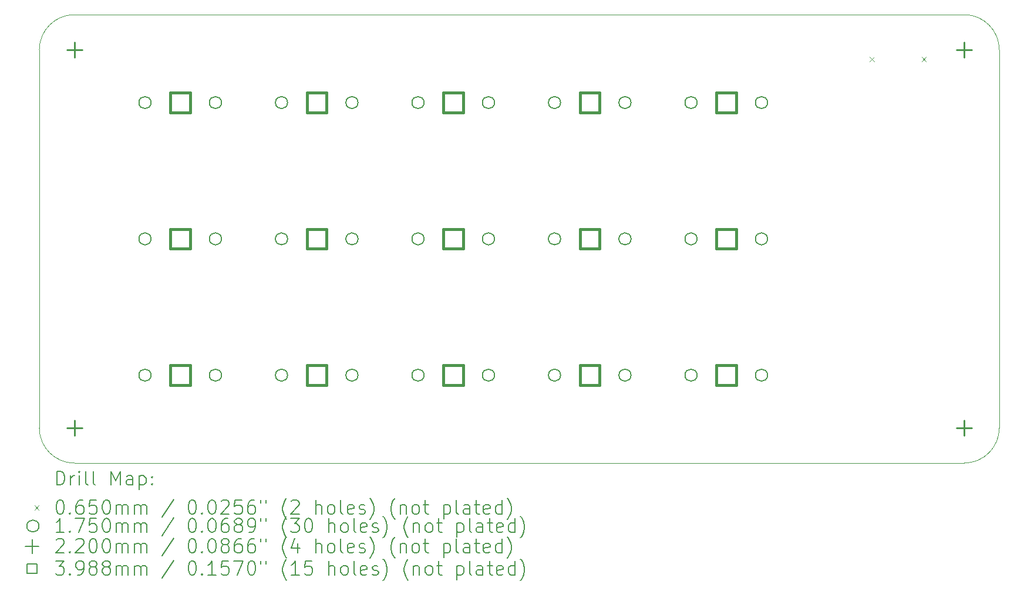
<source format=gbr>
%TF.GenerationSoftware,KiCad,Pcbnew,(6.0.7)*%
%TF.CreationDate,2023-02-20T15:39:00+01:00*%
%TF.ProjectId,Soundboard,536f756e-6462-46f6-9172-642e6b696361,rev?*%
%TF.SameCoordinates,Original*%
%TF.FileFunction,Drillmap*%
%TF.FilePolarity,Positive*%
%FSLAX45Y45*%
G04 Gerber Fmt 4.5, Leading zero omitted, Abs format (unit mm)*
G04 Created by KiCad (PCBNEW (6.0.7)) date 2023-02-20 15:39:00*
%MOMM*%
%LPD*%
G01*
G04 APERTURE LIST*
%ADD10C,0.100000*%
%ADD11C,0.200000*%
%ADD12C,0.065000*%
%ADD13C,0.175000*%
%ADD14C,0.220000*%
%ADD15C,0.398780*%
G04 APERTURE END LIST*
D10*
X15557500Y-2794000D02*
X15557500Y-8255000D01*
X1714500Y-8255000D02*
G75*
G03*
X2222500Y-8763000I508000J0D01*
G01*
X2222500Y-2286000D02*
X15049500Y-2286000D01*
X15557500Y-2794000D02*
G75*
G03*
X15049500Y-2286000I-508000J0D01*
G01*
X15049500Y-8763000D02*
G75*
G03*
X15557500Y-8255000I0J508000D01*
G01*
X1714500Y-2794000D02*
X1714500Y-8255000D01*
X15049500Y-8763000D02*
X2222500Y-8763000D01*
X2222500Y-2286000D02*
G75*
G03*
X1714500Y-2794000I0J-508000D01*
G01*
D11*
D12*
X13688500Y-2894750D02*
X13753500Y-2959750D01*
X13753500Y-2894750D02*
X13688500Y-2959750D01*
X14438500Y-2894750D02*
X14503500Y-2959750D01*
X14503500Y-2894750D02*
X14438500Y-2959750D01*
D13*
X3326000Y-3556000D02*
G75*
G03*
X3326000Y-3556000I-87500J0D01*
G01*
X3326000Y-5524500D02*
G75*
G03*
X3326000Y-5524500I-87500J0D01*
G01*
X3326000Y-7493000D02*
G75*
G03*
X3326000Y-7493000I-87500J0D01*
G01*
X4342000Y-3556000D02*
G75*
G03*
X4342000Y-3556000I-87500J0D01*
G01*
X4342000Y-5524500D02*
G75*
G03*
X4342000Y-5524500I-87500J0D01*
G01*
X4342000Y-7493000D02*
G75*
G03*
X4342000Y-7493000I-87500J0D01*
G01*
X5294500Y-3556000D02*
G75*
G03*
X5294500Y-3556000I-87500J0D01*
G01*
X5294500Y-5524500D02*
G75*
G03*
X5294500Y-5524500I-87500J0D01*
G01*
X5294500Y-7493000D02*
G75*
G03*
X5294500Y-7493000I-87500J0D01*
G01*
X6310500Y-3556000D02*
G75*
G03*
X6310500Y-3556000I-87500J0D01*
G01*
X6310500Y-5524500D02*
G75*
G03*
X6310500Y-5524500I-87500J0D01*
G01*
X6310500Y-7493000D02*
G75*
G03*
X6310500Y-7493000I-87500J0D01*
G01*
X7263000Y-3556000D02*
G75*
G03*
X7263000Y-3556000I-87500J0D01*
G01*
X7263000Y-5524500D02*
G75*
G03*
X7263000Y-5524500I-87500J0D01*
G01*
X7263000Y-7493000D02*
G75*
G03*
X7263000Y-7493000I-87500J0D01*
G01*
X8279000Y-3556000D02*
G75*
G03*
X8279000Y-3556000I-87500J0D01*
G01*
X8279000Y-5524500D02*
G75*
G03*
X8279000Y-5524500I-87500J0D01*
G01*
X8279000Y-7493000D02*
G75*
G03*
X8279000Y-7493000I-87500J0D01*
G01*
X9231500Y-3556000D02*
G75*
G03*
X9231500Y-3556000I-87500J0D01*
G01*
X9231500Y-5524500D02*
G75*
G03*
X9231500Y-5524500I-87500J0D01*
G01*
X9231500Y-7493000D02*
G75*
G03*
X9231500Y-7493000I-87500J0D01*
G01*
X10247500Y-3556000D02*
G75*
G03*
X10247500Y-3556000I-87500J0D01*
G01*
X10247500Y-5524500D02*
G75*
G03*
X10247500Y-5524500I-87500J0D01*
G01*
X10247500Y-7493000D02*
G75*
G03*
X10247500Y-7493000I-87500J0D01*
G01*
X11200000Y-3556000D02*
G75*
G03*
X11200000Y-3556000I-87500J0D01*
G01*
X11200000Y-5524500D02*
G75*
G03*
X11200000Y-5524500I-87500J0D01*
G01*
X11200000Y-7493000D02*
G75*
G03*
X11200000Y-7493000I-87500J0D01*
G01*
X12216000Y-3556000D02*
G75*
G03*
X12216000Y-3556000I-87500J0D01*
G01*
X12216000Y-5524500D02*
G75*
G03*
X12216000Y-5524500I-87500J0D01*
G01*
X12216000Y-7493000D02*
G75*
G03*
X12216000Y-7493000I-87500J0D01*
G01*
D14*
X2222500Y-2684000D02*
X2222500Y-2904000D01*
X2112500Y-2794000D02*
X2332500Y-2794000D01*
X2222500Y-8145000D02*
X2222500Y-8365000D01*
X2112500Y-8255000D02*
X2332500Y-8255000D01*
X15049500Y-2684000D02*
X15049500Y-2904000D01*
X14939500Y-2794000D02*
X15159500Y-2794000D01*
X15049500Y-8145000D02*
X15049500Y-8365000D01*
X14939500Y-8255000D02*
X15159500Y-8255000D01*
D15*
X3887491Y-3696991D02*
X3887491Y-3415009D01*
X3605509Y-3415009D01*
X3605509Y-3696991D01*
X3887491Y-3696991D01*
X3887491Y-5665491D02*
X3887491Y-5383509D01*
X3605509Y-5383509D01*
X3605509Y-5665491D01*
X3887491Y-5665491D01*
X3887491Y-7633991D02*
X3887491Y-7352009D01*
X3605509Y-7352009D01*
X3605509Y-7633991D01*
X3887491Y-7633991D01*
X5855991Y-3696991D02*
X5855991Y-3415009D01*
X5574009Y-3415009D01*
X5574009Y-3696991D01*
X5855991Y-3696991D01*
X5855991Y-5665491D02*
X5855991Y-5383509D01*
X5574009Y-5383509D01*
X5574009Y-5665491D01*
X5855991Y-5665491D01*
X5855991Y-7633991D02*
X5855991Y-7352009D01*
X5574009Y-7352009D01*
X5574009Y-7633991D01*
X5855991Y-7633991D01*
X7824491Y-3696991D02*
X7824491Y-3415009D01*
X7542509Y-3415009D01*
X7542509Y-3696991D01*
X7824491Y-3696991D01*
X7824491Y-5665491D02*
X7824491Y-5383509D01*
X7542509Y-5383509D01*
X7542509Y-5665491D01*
X7824491Y-5665491D01*
X7824491Y-7633991D02*
X7824491Y-7352009D01*
X7542509Y-7352009D01*
X7542509Y-7633991D01*
X7824491Y-7633991D01*
X9792991Y-3696991D02*
X9792991Y-3415009D01*
X9511009Y-3415009D01*
X9511009Y-3696991D01*
X9792991Y-3696991D01*
X9792991Y-5665491D02*
X9792991Y-5383509D01*
X9511009Y-5383509D01*
X9511009Y-5665491D01*
X9792991Y-5665491D01*
X9792991Y-7633991D02*
X9792991Y-7352009D01*
X9511009Y-7352009D01*
X9511009Y-7633991D01*
X9792991Y-7633991D01*
X11761491Y-3696991D02*
X11761491Y-3415009D01*
X11479509Y-3415009D01*
X11479509Y-3696991D01*
X11761491Y-3696991D01*
X11761491Y-5665491D02*
X11761491Y-5383509D01*
X11479509Y-5383509D01*
X11479509Y-5665491D01*
X11761491Y-5665491D01*
X11761491Y-7633991D02*
X11761491Y-7352009D01*
X11479509Y-7352009D01*
X11479509Y-7633991D01*
X11761491Y-7633991D01*
D11*
X1967119Y-9078476D02*
X1967119Y-8878476D01*
X2014738Y-8878476D01*
X2043309Y-8888000D01*
X2062357Y-8907048D01*
X2071881Y-8926095D01*
X2081405Y-8964190D01*
X2081405Y-8992762D01*
X2071881Y-9030857D01*
X2062357Y-9049905D01*
X2043309Y-9068952D01*
X2014738Y-9078476D01*
X1967119Y-9078476D01*
X2167119Y-9078476D02*
X2167119Y-8945143D01*
X2167119Y-8983238D02*
X2176643Y-8964190D01*
X2186167Y-8954667D01*
X2205214Y-8945143D01*
X2224262Y-8945143D01*
X2290929Y-9078476D02*
X2290929Y-8945143D01*
X2290929Y-8878476D02*
X2281405Y-8888000D01*
X2290929Y-8897524D01*
X2300452Y-8888000D01*
X2290929Y-8878476D01*
X2290929Y-8897524D01*
X2414738Y-9078476D02*
X2395690Y-9068952D01*
X2386167Y-9049905D01*
X2386167Y-8878476D01*
X2519500Y-9078476D02*
X2500452Y-9068952D01*
X2490929Y-9049905D01*
X2490929Y-8878476D01*
X2748071Y-9078476D02*
X2748071Y-8878476D01*
X2814738Y-9021333D01*
X2881405Y-8878476D01*
X2881405Y-9078476D01*
X3062357Y-9078476D02*
X3062357Y-8973714D01*
X3052833Y-8954667D01*
X3033786Y-8945143D01*
X2995690Y-8945143D01*
X2976643Y-8954667D01*
X3062357Y-9068952D02*
X3043309Y-9078476D01*
X2995690Y-9078476D01*
X2976643Y-9068952D01*
X2967119Y-9049905D01*
X2967119Y-9030857D01*
X2976643Y-9011810D01*
X2995690Y-9002286D01*
X3043309Y-9002286D01*
X3062357Y-8992762D01*
X3157595Y-8945143D02*
X3157595Y-9145143D01*
X3157595Y-8954667D02*
X3176643Y-8945143D01*
X3214738Y-8945143D01*
X3233786Y-8954667D01*
X3243309Y-8964190D01*
X3252833Y-8983238D01*
X3252833Y-9040381D01*
X3243309Y-9059429D01*
X3233786Y-9068952D01*
X3214738Y-9078476D01*
X3176643Y-9078476D01*
X3157595Y-9068952D01*
X3338548Y-9059429D02*
X3348071Y-9068952D01*
X3338548Y-9078476D01*
X3329024Y-9068952D01*
X3338548Y-9059429D01*
X3338548Y-9078476D01*
X3338548Y-8954667D02*
X3348071Y-8964190D01*
X3338548Y-8973714D01*
X3329024Y-8964190D01*
X3338548Y-8954667D01*
X3338548Y-8973714D01*
D12*
X1644500Y-9375500D02*
X1709500Y-9440500D01*
X1709500Y-9375500D02*
X1644500Y-9440500D01*
D11*
X2005214Y-9298476D02*
X2024262Y-9298476D01*
X2043309Y-9308000D01*
X2052833Y-9317524D01*
X2062357Y-9336571D01*
X2071881Y-9374667D01*
X2071881Y-9422286D01*
X2062357Y-9460381D01*
X2052833Y-9479429D01*
X2043309Y-9488952D01*
X2024262Y-9498476D01*
X2005214Y-9498476D01*
X1986167Y-9488952D01*
X1976643Y-9479429D01*
X1967119Y-9460381D01*
X1957595Y-9422286D01*
X1957595Y-9374667D01*
X1967119Y-9336571D01*
X1976643Y-9317524D01*
X1986167Y-9308000D01*
X2005214Y-9298476D01*
X2157595Y-9479429D02*
X2167119Y-9488952D01*
X2157595Y-9498476D01*
X2148071Y-9488952D01*
X2157595Y-9479429D01*
X2157595Y-9498476D01*
X2338548Y-9298476D02*
X2300452Y-9298476D01*
X2281405Y-9308000D01*
X2271881Y-9317524D01*
X2252833Y-9346095D01*
X2243310Y-9384190D01*
X2243310Y-9460381D01*
X2252833Y-9479429D01*
X2262357Y-9488952D01*
X2281405Y-9498476D01*
X2319500Y-9498476D01*
X2338548Y-9488952D01*
X2348071Y-9479429D01*
X2357595Y-9460381D01*
X2357595Y-9412762D01*
X2348071Y-9393714D01*
X2338548Y-9384190D01*
X2319500Y-9374667D01*
X2281405Y-9374667D01*
X2262357Y-9384190D01*
X2252833Y-9393714D01*
X2243310Y-9412762D01*
X2538548Y-9298476D02*
X2443310Y-9298476D01*
X2433786Y-9393714D01*
X2443310Y-9384190D01*
X2462357Y-9374667D01*
X2509976Y-9374667D01*
X2529024Y-9384190D01*
X2538548Y-9393714D01*
X2548071Y-9412762D01*
X2548071Y-9460381D01*
X2538548Y-9479429D01*
X2529024Y-9488952D01*
X2509976Y-9498476D01*
X2462357Y-9498476D01*
X2443310Y-9488952D01*
X2433786Y-9479429D01*
X2671881Y-9298476D02*
X2690929Y-9298476D01*
X2709976Y-9308000D01*
X2719500Y-9317524D01*
X2729024Y-9336571D01*
X2738548Y-9374667D01*
X2738548Y-9422286D01*
X2729024Y-9460381D01*
X2719500Y-9479429D01*
X2709976Y-9488952D01*
X2690929Y-9498476D01*
X2671881Y-9498476D01*
X2652833Y-9488952D01*
X2643310Y-9479429D01*
X2633786Y-9460381D01*
X2624262Y-9422286D01*
X2624262Y-9374667D01*
X2633786Y-9336571D01*
X2643310Y-9317524D01*
X2652833Y-9308000D01*
X2671881Y-9298476D01*
X2824262Y-9498476D02*
X2824262Y-9365143D01*
X2824262Y-9384190D02*
X2833786Y-9374667D01*
X2852833Y-9365143D01*
X2881405Y-9365143D01*
X2900452Y-9374667D01*
X2909976Y-9393714D01*
X2909976Y-9498476D01*
X2909976Y-9393714D02*
X2919500Y-9374667D01*
X2938548Y-9365143D01*
X2967119Y-9365143D01*
X2986167Y-9374667D01*
X2995690Y-9393714D01*
X2995690Y-9498476D01*
X3090928Y-9498476D02*
X3090928Y-9365143D01*
X3090928Y-9384190D02*
X3100452Y-9374667D01*
X3119500Y-9365143D01*
X3148071Y-9365143D01*
X3167119Y-9374667D01*
X3176643Y-9393714D01*
X3176643Y-9498476D01*
X3176643Y-9393714D02*
X3186167Y-9374667D01*
X3205214Y-9365143D01*
X3233786Y-9365143D01*
X3252833Y-9374667D01*
X3262357Y-9393714D01*
X3262357Y-9498476D01*
X3652833Y-9288952D02*
X3481405Y-9546095D01*
X3909976Y-9298476D02*
X3929024Y-9298476D01*
X3948071Y-9308000D01*
X3957595Y-9317524D01*
X3967119Y-9336571D01*
X3976643Y-9374667D01*
X3976643Y-9422286D01*
X3967119Y-9460381D01*
X3957595Y-9479429D01*
X3948071Y-9488952D01*
X3929024Y-9498476D01*
X3909976Y-9498476D01*
X3890928Y-9488952D01*
X3881405Y-9479429D01*
X3871881Y-9460381D01*
X3862357Y-9422286D01*
X3862357Y-9374667D01*
X3871881Y-9336571D01*
X3881405Y-9317524D01*
X3890928Y-9308000D01*
X3909976Y-9298476D01*
X4062357Y-9479429D02*
X4071881Y-9488952D01*
X4062357Y-9498476D01*
X4052833Y-9488952D01*
X4062357Y-9479429D01*
X4062357Y-9498476D01*
X4195690Y-9298476D02*
X4214738Y-9298476D01*
X4233786Y-9308000D01*
X4243310Y-9317524D01*
X4252833Y-9336571D01*
X4262357Y-9374667D01*
X4262357Y-9422286D01*
X4252833Y-9460381D01*
X4243310Y-9479429D01*
X4233786Y-9488952D01*
X4214738Y-9498476D01*
X4195690Y-9498476D01*
X4176643Y-9488952D01*
X4167119Y-9479429D01*
X4157595Y-9460381D01*
X4148071Y-9422286D01*
X4148071Y-9374667D01*
X4157595Y-9336571D01*
X4167119Y-9317524D01*
X4176643Y-9308000D01*
X4195690Y-9298476D01*
X4338548Y-9317524D02*
X4348071Y-9308000D01*
X4367119Y-9298476D01*
X4414738Y-9298476D01*
X4433786Y-9308000D01*
X4443310Y-9317524D01*
X4452833Y-9336571D01*
X4452833Y-9355619D01*
X4443310Y-9384190D01*
X4329024Y-9498476D01*
X4452833Y-9498476D01*
X4633786Y-9298476D02*
X4538548Y-9298476D01*
X4529024Y-9393714D01*
X4538548Y-9384190D01*
X4557595Y-9374667D01*
X4605214Y-9374667D01*
X4624262Y-9384190D01*
X4633786Y-9393714D01*
X4643310Y-9412762D01*
X4643310Y-9460381D01*
X4633786Y-9479429D01*
X4624262Y-9488952D01*
X4605214Y-9498476D01*
X4557595Y-9498476D01*
X4538548Y-9488952D01*
X4529024Y-9479429D01*
X4814738Y-9298476D02*
X4776643Y-9298476D01*
X4757595Y-9308000D01*
X4748071Y-9317524D01*
X4729024Y-9346095D01*
X4719500Y-9384190D01*
X4719500Y-9460381D01*
X4729024Y-9479429D01*
X4738548Y-9488952D01*
X4757595Y-9498476D01*
X4795690Y-9498476D01*
X4814738Y-9488952D01*
X4824262Y-9479429D01*
X4833786Y-9460381D01*
X4833786Y-9412762D01*
X4824262Y-9393714D01*
X4814738Y-9384190D01*
X4795690Y-9374667D01*
X4757595Y-9374667D01*
X4738548Y-9384190D01*
X4729024Y-9393714D01*
X4719500Y-9412762D01*
X4909976Y-9298476D02*
X4909976Y-9336571D01*
X4986167Y-9298476D02*
X4986167Y-9336571D01*
X5281405Y-9574667D02*
X5271881Y-9565143D01*
X5252833Y-9536571D01*
X5243310Y-9517524D01*
X5233786Y-9488952D01*
X5224262Y-9441333D01*
X5224262Y-9403238D01*
X5233786Y-9355619D01*
X5243310Y-9327048D01*
X5252833Y-9308000D01*
X5271881Y-9279429D01*
X5281405Y-9269905D01*
X5348071Y-9317524D02*
X5357595Y-9308000D01*
X5376643Y-9298476D01*
X5424262Y-9298476D01*
X5443310Y-9308000D01*
X5452833Y-9317524D01*
X5462357Y-9336571D01*
X5462357Y-9355619D01*
X5452833Y-9384190D01*
X5338548Y-9498476D01*
X5462357Y-9498476D01*
X5700452Y-9498476D02*
X5700452Y-9298476D01*
X5786167Y-9498476D02*
X5786167Y-9393714D01*
X5776643Y-9374667D01*
X5757595Y-9365143D01*
X5729024Y-9365143D01*
X5709976Y-9374667D01*
X5700452Y-9384190D01*
X5909976Y-9498476D02*
X5890928Y-9488952D01*
X5881405Y-9479429D01*
X5871881Y-9460381D01*
X5871881Y-9403238D01*
X5881405Y-9384190D01*
X5890928Y-9374667D01*
X5909976Y-9365143D01*
X5938548Y-9365143D01*
X5957595Y-9374667D01*
X5967119Y-9384190D01*
X5976643Y-9403238D01*
X5976643Y-9460381D01*
X5967119Y-9479429D01*
X5957595Y-9488952D01*
X5938548Y-9498476D01*
X5909976Y-9498476D01*
X6090928Y-9498476D02*
X6071881Y-9488952D01*
X6062357Y-9469905D01*
X6062357Y-9298476D01*
X6243309Y-9488952D02*
X6224262Y-9498476D01*
X6186167Y-9498476D01*
X6167119Y-9488952D01*
X6157595Y-9469905D01*
X6157595Y-9393714D01*
X6167119Y-9374667D01*
X6186167Y-9365143D01*
X6224262Y-9365143D01*
X6243309Y-9374667D01*
X6252833Y-9393714D01*
X6252833Y-9412762D01*
X6157595Y-9431810D01*
X6329024Y-9488952D02*
X6348071Y-9498476D01*
X6386167Y-9498476D01*
X6405214Y-9488952D01*
X6414738Y-9469905D01*
X6414738Y-9460381D01*
X6405214Y-9441333D01*
X6386167Y-9431810D01*
X6357595Y-9431810D01*
X6338548Y-9422286D01*
X6329024Y-9403238D01*
X6329024Y-9393714D01*
X6338548Y-9374667D01*
X6357595Y-9365143D01*
X6386167Y-9365143D01*
X6405214Y-9374667D01*
X6481405Y-9574667D02*
X6490928Y-9565143D01*
X6509976Y-9536571D01*
X6519500Y-9517524D01*
X6529024Y-9488952D01*
X6538548Y-9441333D01*
X6538548Y-9403238D01*
X6529024Y-9355619D01*
X6519500Y-9327048D01*
X6509976Y-9308000D01*
X6490928Y-9279429D01*
X6481405Y-9269905D01*
X6843309Y-9574667D02*
X6833786Y-9565143D01*
X6814738Y-9536571D01*
X6805214Y-9517524D01*
X6795690Y-9488952D01*
X6786167Y-9441333D01*
X6786167Y-9403238D01*
X6795690Y-9355619D01*
X6805214Y-9327048D01*
X6814738Y-9308000D01*
X6833786Y-9279429D01*
X6843309Y-9269905D01*
X6919500Y-9365143D02*
X6919500Y-9498476D01*
X6919500Y-9384190D02*
X6929024Y-9374667D01*
X6948071Y-9365143D01*
X6976643Y-9365143D01*
X6995690Y-9374667D01*
X7005214Y-9393714D01*
X7005214Y-9498476D01*
X7129024Y-9498476D02*
X7109976Y-9488952D01*
X7100452Y-9479429D01*
X7090928Y-9460381D01*
X7090928Y-9403238D01*
X7100452Y-9384190D01*
X7109976Y-9374667D01*
X7129024Y-9365143D01*
X7157595Y-9365143D01*
X7176643Y-9374667D01*
X7186167Y-9384190D01*
X7195690Y-9403238D01*
X7195690Y-9460381D01*
X7186167Y-9479429D01*
X7176643Y-9488952D01*
X7157595Y-9498476D01*
X7129024Y-9498476D01*
X7252833Y-9365143D02*
X7329024Y-9365143D01*
X7281405Y-9298476D02*
X7281405Y-9469905D01*
X7290928Y-9488952D01*
X7309976Y-9498476D01*
X7329024Y-9498476D01*
X7548071Y-9365143D02*
X7548071Y-9565143D01*
X7548071Y-9374667D02*
X7567119Y-9365143D01*
X7605214Y-9365143D01*
X7624262Y-9374667D01*
X7633786Y-9384190D01*
X7643309Y-9403238D01*
X7643309Y-9460381D01*
X7633786Y-9479429D01*
X7624262Y-9488952D01*
X7605214Y-9498476D01*
X7567119Y-9498476D01*
X7548071Y-9488952D01*
X7757595Y-9498476D02*
X7738548Y-9488952D01*
X7729024Y-9469905D01*
X7729024Y-9298476D01*
X7919500Y-9498476D02*
X7919500Y-9393714D01*
X7909976Y-9374667D01*
X7890928Y-9365143D01*
X7852833Y-9365143D01*
X7833786Y-9374667D01*
X7919500Y-9488952D02*
X7900452Y-9498476D01*
X7852833Y-9498476D01*
X7833786Y-9488952D01*
X7824262Y-9469905D01*
X7824262Y-9450857D01*
X7833786Y-9431810D01*
X7852833Y-9422286D01*
X7900452Y-9422286D01*
X7919500Y-9412762D01*
X7986167Y-9365143D02*
X8062357Y-9365143D01*
X8014738Y-9298476D02*
X8014738Y-9469905D01*
X8024262Y-9488952D01*
X8043309Y-9498476D01*
X8062357Y-9498476D01*
X8205214Y-9488952D02*
X8186167Y-9498476D01*
X8148071Y-9498476D01*
X8129024Y-9488952D01*
X8119500Y-9469905D01*
X8119500Y-9393714D01*
X8129024Y-9374667D01*
X8148071Y-9365143D01*
X8186167Y-9365143D01*
X8205214Y-9374667D01*
X8214738Y-9393714D01*
X8214738Y-9412762D01*
X8119500Y-9431810D01*
X8386167Y-9498476D02*
X8386167Y-9298476D01*
X8386167Y-9488952D02*
X8367119Y-9498476D01*
X8329024Y-9498476D01*
X8309976Y-9488952D01*
X8300452Y-9479429D01*
X8290928Y-9460381D01*
X8290928Y-9403238D01*
X8300452Y-9384190D01*
X8309976Y-9374667D01*
X8329024Y-9365143D01*
X8367119Y-9365143D01*
X8386167Y-9374667D01*
X8462357Y-9574667D02*
X8471881Y-9565143D01*
X8490929Y-9536571D01*
X8500452Y-9517524D01*
X8509976Y-9488952D01*
X8519500Y-9441333D01*
X8519500Y-9403238D01*
X8509976Y-9355619D01*
X8500452Y-9327048D01*
X8490929Y-9308000D01*
X8471881Y-9279429D01*
X8462357Y-9269905D01*
D13*
X1709500Y-9672000D02*
G75*
G03*
X1709500Y-9672000I-87500J0D01*
G01*
D11*
X2071881Y-9762476D02*
X1957595Y-9762476D01*
X2014738Y-9762476D02*
X2014738Y-9562476D01*
X1995690Y-9591048D01*
X1976643Y-9610095D01*
X1957595Y-9619619D01*
X2157595Y-9743429D02*
X2167119Y-9752952D01*
X2157595Y-9762476D01*
X2148071Y-9752952D01*
X2157595Y-9743429D01*
X2157595Y-9762476D01*
X2233786Y-9562476D02*
X2367119Y-9562476D01*
X2281405Y-9762476D01*
X2538548Y-9562476D02*
X2443310Y-9562476D01*
X2433786Y-9657714D01*
X2443310Y-9648190D01*
X2462357Y-9638667D01*
X2509976Y-9638667D01*
X2529024Y-9648190D01*
X2538548Y-9657714D01*
X2548071Y-9676762D01*
X2548071Y-9724381D01*
X2538548Y-9743429D01*
X2529024Y-9752952D01*
X2509976Y-9762476D01*
X2462357Y-9762476D01*
X2443310Y-9752952D01*
X2433786Y-9743429D01*
X2671881Y-9562476D02*
X2690929Y-9562476D01*
X2709976Y-9572000D01*
X2719500Y-9581524D01*
X2729024Y-9600571D01*
X2738548Y-9638667D01*
X2738548Y-9686286D01*
X2729024Y-9724381D01*
X2719500Y-9743429D01*
X2709976Y-9752952D01*
X2690929Y-9762476D01*
X2671881Y-9762476D01*
X2652833Y-9752952D01*
X2643310Y-9743429D01*
X2633786Y-9724381D01*
X2624262Y-9686286D01*
X2624262Y-9638667D01*
X2633786Y-9600571D01*
X2643310Y-9581524D01*
X2652833Y-9572000D01*
X2671881Y-9562476D01*
X2824262Y-9762476D02*
X2824262Y-9629143D01*
X2824262Y-9648190D02*
X2833786Y-9638667D01*
X2852833Y-9629143D01*
X2881405Y-9629143D01*
X2900452Y-9638667D01*
X2909976Y-9657714D01*
X2909976Y-9762476D01*
X2909976Y-9657714D02*
X2919500Y-9638667D01*
X2938548Y-9629143D01*
X2967119Y-9629143D01*
X2986167Y-9638667D01*
X2995690Y-9657714D01*
X2995690Y-9762476D01*
X3090928Y-9762476D02*
X3090928Y-9629143D01*
X3090928Y-9648190D02*
X3100452Y-9638667D01*
X3119500Y-9629143D01*
X3148071Y-9629143D01*
X3167119Y-9638667D01*
X3176643Y-9657714D01*
X3176643Y-9762476D01*
X3176643Y-9657714D02*
X3186167Y-9638667D01*
X3205214Y-9629143D01*
X3233786Y-9629143D01*
X3252833Y-9638667D01*
X3262357Y-9657714D01*
X3262357Y-9762476D01*
X3652833Y-9552952D02*
X3481405Y-9810095D01*
X3909976Y-9562476D02*
X3929024Y-9562476D01*
X3948071Y-9572000D01*
X3957595Y-9581524D01*
X3967119Y-9600571D01*
X3976643Y-9638667D01*
X3976643Y-9686286D01*
X3967119Y-9724381D01*
X3957595Y-9743429D01*
X3948071Y-9752952D01*
X3929024Y-9762476D01*
X3909976Y-9762476D01*
X3890928Y-9752952D01*
X3881405Y-9743429D01*
X3871881Y-9724381D01*
X3862357Y-9686286D01*
X3862357Y-9638667D01*
X3871881Y-9600571D01*
X3881405Y-9581524D01*
X3890928Y-9572000D01*
X3909976Y-9562476D01*
X4062357Y-9743429D02*
X4071881Y-9752952D01*
X4062357Y-9762476D01*
X4052833Y-9752952D01*
X4062357Y-9743429D01*
X4062357Y-9762476D01*
X4195690Y-9562476D02*
X4214738Y-9562476D01*
X4233786Y-9572000D01*
X4243310Y-9581524D01*
X4252833Y-9600571D01*
X4262357Y-9638667D01*
X4262357Y-9686286D01*
X4252833Y-9724381D01*
X4243310Y-9743429D01*
X4233786Y-9752952D01*
X4214738Y-9762476D01*
X4195690Y-9762476D01*
X4176643Y-9752952D01*
X4167119Y-9743429D01*
X4157595Y-9724381D01*
X4148071Y-9686286D01*
X4148071Y-9638667D01*
X4157595Y-9600571D01*
X4167119Y-9581524D01*
X4176643Y-9572000D01*
X4195690Y-9562476D01*
X4433786Y-9562476D02*
X4395690Y-9562476D01*
X4376643Y-9572000D01*
X4367119Y-9581524D01*
X4348071Y-9610095D01*
X4338548Y-9648190D01*
X4338548Y-9724381D01*
X4348071Y-9743429D01*
X4357595Y-9752952D01*
X4376643Y-9762476D01*
X4414738Y-9762476D01*
X4433786Y-9752952D01*
X4443310Y-9743429D01*
X4452833Y-9724381D01*
X4452833Y-9676762D01*
X4443310Y-9657714D01*
X4433786Y-9648190D01*
X4414738Y-9638667D01*
X4376643Y-9638667D01*
X4357595Y-9648190D01*
X4348071Y-9657714D01*
X4338548Y-9676762D01*
X4567119Y-9648190D02*
X4548071Y-9638667D01*
X4538548Y-9629143D01*
X4529024Y-9610095D01*
X4529024Y-9600571D01*
X4538548Y-9581524D01*
X4548071Y-9572000D01*
X4567119Y-9562476D01*
X4605214Y-9562476D01*
X4624262Y-9572000D01*
X4633786Y-9581524D01*
X4643310Y-9600571D01*
X4643310Y-9610095D01*
X4633786Y-9629143D01*
X4624262Y-9638667D01*
X4605214Y-9648190D01*
X4567119Y-9648190D01*
X4548071Y-9657714D01*
X4538548Y-9667238D01*
X4529024Y-9686286D01*
X4529024Y-9724381D01*
X4538548Y-9743429D01*
X4548071Y-9752952D01*
X4567119Y-9762476D01*
X4605214Y-9762476D01*
X4624262Y-9752952D01*
X4633786Y-9743429D01*
X4643310Y-9724381D01*
X4643310Y-9686286D01*
X4633786Y-9667238D01*
X4624262Y-9657714D01*
X4605214Y-9648190D01*
X4738548Y-9762476D02*
X4776643Y-9762476D01*
X4795690Y-9752952D01*
X4805214Y-9743429D01*
X4824262Y-9714857D01*
X4833786Y-9676762D01*
X4833786Y-9600571D01*
X4824262Y-9581524D01*
X4814738Y-9572000D01*
X4795690Y-9562476D01*
X4757595Y-9562476D01*
X4738548Y-9572000D01*
X4729024Y-9581524D01*
X4719500Y-9600571D01*
X4719500Y-9648190D01*
X4729024Y-9667238D01*
X4738548Y-9676762D01*
X4757595Y-9686286D01*
X4795690Y-9686286D01*
X4814738Y-9676762D01*
X4824262Y-9667238D01*
X4833786Y-9648190D01*
X4909976Y-9562476D02*
X4909976Y-9600571D01*
X4986167Y-9562476D02*
X4986167Y-9600571D01*
X5281405Y-9838667D02*
X5271881Y-9829143D01*
X5252833Y-9800571D01*
X5243310Y-9781524D01*
X5233786Y-9752952D01*
X5224262Y-9705333D01*
X5224262Y-9667238D01*
X5233786Y-9619619D01*
X5243310Y-9591048D01*
X5252833Y-9572000D01*
X5271881Y-9543429D01*
X5281405Y-9533905D01*
X5338548Y-9562476D02*
X5462357Y-9562476D01*
X5395690Y-9638667D01*
X5424262Y-9638667D01*
X5443310Y-9648190D01*
X5452833Y-9657714D01*
X5462357Y-9676762D01*
X5462357Y-9724381D01*
X5452833Y-9743429D01*
X5443310Y-9752952D01*
X5424262Y-9762476D01*
X5367119Y-9762476D01*
X5348071Y-9752952D01*
X5338548Y-9743429D01*
X5586167Y-9562476D02*
X5605214Y-9562476D01*
X5624262Y-9572000D01*
X5633786Y-9581524D01*
X5643309Y-9600571D01*
X5652833Y-9638667D01*
X5652833Y-9686286D01*
X5643309Y-9724381D01*
X5633786Y-9743429D01*
X5624262Y-9752952D01*
X5605214Y-9762476D01*
X5586167Y-9762476D01*
X5567119Y-9752952D01*
X5557595Y-9743429D01*
X5548071Y-9724381D01*
X5538548Y-9686286D01*
X5538548Y-9638667D01*
X5548071Y-9600571D01*
X5557595Y-9581524D01*
X5567119Y-9572000D01*
X5586167Y-9562476D01*
X5890928Y-9762476D02*
X5890928Y-9562476D01*
X5976643Y-9762476D02*
X5976643Y-9657714D01*
X5967119Y-9638667D01*
X5948071Y-9629143D01*
X5919500Y-9629143D01*
X5900452Y-9638667D01*
X5890928Y-9648190D01*
X6100452Y-9762476D02*
X6081405Y-9752952D01*
X6071881Y-9743429D01*
X6062357Y-9724381D01*
X6062357Y-9667238D01*
X6071881Y-9648190D01*
X6081405Y-9638667D01*
X6100452Y-9629143D01*
X6129024Y-9629143D01*
X6148071Y-9638667D01*
X6157595Y-9648190D01*
X6167119Y-9667238D01*
X6167119Y-9724381D01*
X6157595Y-9743429D01*
X6148071Y-9752952D01*
X6129024Y-9762476D01*
X6100452Y-9762476D01*
X6281405Y-9762476D02*
X6262357Y-9752952D01*
X6252833Y-9733905D01*
X6252833Y-9562476D01*
X6433786Y-9752952D02*
X6414738Y-9762476D01*
X6376643Y-9762476D01*
X6357595Y-9752952D01*
X6348071Y-9733905D01*
X6348071Y-9657714D01*
X6357595Y-9638667D01*
X6376643Y-9629143D01*
X6414738Y-9629143D01*
X6433786Y-9638667D01*
X6443309Y-9657714D01*
X6443309Y-9676762D01*
X6348071Y-9695810D01*
X6519500Y-9752952D02*
X6538548Y-9762476D01*
X6576643Y-9762476D01*
X6595690Y-9752952D01*
X6605214Y-9733905D01*
X6605214Y-9724381D01*
X6595690Y-9705333D01*
X6576643Y-9695810D01*
X6548071Y-9695810D01*
X6529024Y-9686286D01*
X6519500Y-9667238D01*
X6519500Y-9657714D01*
X6529024Y-9638667D01*
X6548071Y-9629143D01*
X6576643Y-9629143D01*
X6595690Y-9638667D01*
X6671881Y-9838667D02*
X6681405Y-9829143D01*
X6700452Y-9800571D01*
X6709976Y-9781524D01*
X6719500Y-9752952D01*
X6729024Y-9705333D01*
X6729024Y-9667238D01*
X6719500Y-9619619D01*
X6709976Y-9591048D01*
X6700452Y-9572000D01*
X6681405Y-9543429D01*
X6671881Y-9533905D01*
X7033786Y-9838667D02*
X7024262Y-9829143D01*
X7005214Y-9800571D01*
X6995690Y-9781524D01*
X6986167Y-9752952D01*
X6976643Y-9705333D01*
X6976643Y-9667238D01*
X6986167Y-9619619D01*
X6995690Y-9591048D01*
X7005214Y-9572000D01*
X7024262Y-9543429D01*
X7033786Y-9533905D01*
X7109976Y-9629143D02*
X7109976Y-9762476D01*
X7109976Y-9648190D02*
X7119500Y-9638667D01*
X7138548Y-9629143D01*
X7167119Y-9629143D01*
X7186167Y-9638667D01*
X7195690Y-9657714D01*
X7195690Y-9762476D01*
X7319500Y-9762476D02*
X7300452Y-9752952D01*
X7290928Y-9743429D01*
X7281405Y-9724381D01*
X7281405Y-9667238D01*
X7290928Y-9648190D01*
X7300452Y-9638667D01*
X7319500Y-9629143D01*
X7348071Y-9629143D01*
X7367119Y-9638667D01*
X7376643Y-9648190D01*
X7386167Y-9667238D01*
X7386167Y-9724381D01*
X7376643Y-9743429D01*
X7367119Y-9752952D01*
X7348071Y-9762476D01*
X7319500Y-9762476D01*
X7443309Y-9629143D02*
X7519500Y-9629143D01*
X7471881Y-9562476D02*
X7471881Y-9733905D01*
X7481405Y-9752952D01*
X7500452Y-9762476D01*
X7519500Y-9762476D01*
X7738548Y-9629143D02*
X7738548Y-9829143D01*
X7738548Y-9638667D02*
X7757595Y-9629143D01*
X7795690Y-9629143D01*
X7814738Y-9638667D01*
X7824262Y-9648190D01*
X7833786Y-9667238D01*
X7833786Y-9724381D01*
X7824262Y-9743429D01*
X7814738Y-9752952D01*
X7795690Y-9762476D01*
X7757595Y-9762476D01*
X7738548Y-9752952D01*
X7948071Y-9762476D02*
X7929024Y-9752952D01*
X7919500Y-9733905D01*
X7919500Y-9562476D01*
X8109976Y-9762476D02*
X8109976Y-9657714D01*
X8100452Y-9638667D01*
X8081405Y-9629143D01*
X8043309Y-9629143D01*
X8024262Y-9638667D01*
X8109976Y-9752952D02*
X8090928Y-9762476D01*
X8043309Y-9762476D01*
X8024262Y-9752952D01*
X8014738Y-9733905D01*
X8014738Y-9714857D01*
X8024262Y-9695810D01*
X8043309Y-9686286D01*
X8090928Y-9686286D01*
X8109976Y-9676762D01*
X8176643Y-9629143D02*
X8252833Y-9629143D01*
X8205214Y-9562476D02*
X8205214Y-9733905D01*
X8214738Y-9752952D01*
X8233786Y-9762476D01*
X8252833Y-9762476D01*
X8395690Y-9752952D02*
X8376643Y-9762476D01*
X8338548Y-9762476D01*
X8319500Y-9752952D01*
X8309976Y-9733905D01*
X8309976Y-9657714D01*
X8319500Y-9638667D01*
X8338548Y-9629143D01*
X8376643Y-9629143D01*
X8395690Y-9638667D01*
X8405214Y-9657714D01*
X8405214Y-9676762D01*
X8309976Y-9695810D01*
X8576643Y-9762476D02*
X8576643Y-9562476D01*
X8576643Y-9752952D02*
X8557595Y-9762476D01*
X8519500Y-9762476D01*
X8500452Y-9752952D01*
X8490929Y-9743429D01*
X8481405Y-9724381D01*
X8481405Y-9667238D01*
X8490929Y-9648190D01*
X8500452Y-9638667D01*
X8519500Y-9629143D01*
X8557595Y-9629143D01*
X8576643Y-9638667D01*
X8652833Y-9838667D02*
X8662357Y-9829143D01*
X8681405Y-9800571D01*
X8690929Y-9781524D01*
X8700452Y-9752952D01*
X8709976Y-9705333D01*
X8709976Y-9667238D01*
X8700452Y-9619619D01*
X8690929Y-9591048D01*
X8681405Y-9572000D01*
X8662357Y-9543429D01*
X8652833Y-9533905D01*
X1609500Y-9867000D02*
X1609500Y-10067000D01*
X1509500Y-9967000D02*
X1709500Y-9967000D01*
X1957595Y-9876524D02*
X1967119Y-9867000D01*
X1986167Y-9857476D01*
X2033786Y-9857476D01*
X2052833Y-9867000D01*
X2062357Y-9876524D01*
X2071881Y-9895571D01*
X2071881Y-9914619D01*
X2062357Y-9943190D01*
X1948071Y-10057476D01*
X2071881Y-10057476D01*
X2157595Y-10038429D02*
X2167119Y-10047952D01*
X2157595Y-10057476D01*
X2148071Y-10047952D01*
X2157595Y-10038429D01*
X2157595Y-10057476D01*
X2243310Y-9876524D02*
X2252833Y-9867000D01*
X2271881Y-9857476D01*
X2319500Y-9857476D01*
X2338548Y-9867000D01*
X2348071Y-9876524D01*
X2357595Y-9895571D01*
X2357595Y-9914619D01*
X2348071Y-9943190D01*
X2233786Y-10057476D01*
X2357595Y-10057476D01*
X2481405Y-9857476D02*
X2500452Y-9857476D01*
X2519500Y-9867000D01*
X2529024Y-9876524D01*
X2538548Y-9895571D01*
X2548071Y-9933667D01*
X2548071Y-9981286D01*
X2538548Y-10019381D01*
X2529024Y-10038429D01*
X2519500Y-10047952D01*
X2500452Y-10057476D01*
X2481405Y-10057476D01*
X2462357Y-10047952D01*
X2452833Y-10038429D01*
X2443310Y-10019381D01*
X2433786Y-9981286D01*
X2433786Y-9933667D01*
X2443310Y-9895571D01*
X2452833Y-9876524D01*
X2462357Y-9867000D01*
X2481405Y-9857476D01*
X2671881Y-9857476D02*
X2690929Y-9857476D01*
X2709976Y-9867000D01*
X2719500Y-9876524D01*
X2729024Y-9895571D01*
X2738548Y-9933667D01*
X2738548Y-9981286D01*
X2729024Y-10019381D01*
X2719500Y-10038429D01*
X2709976Y-10047952D01*
X2690929Y-10057476D01*
X2671881Y-10057476D01*
X2652833Y-10047952D01*
X2643310Y-10038429D01*
X2633786Y-10019381D01*
X2624262Y-9981286D01*
X2624262Y-9933667D01*
X2633786Y-9895571D01*
X2643310Y-9876524D01*
X2652833Y-9867000D01*
X2671881Y-9857476D01*
X2824262Y-10057476D02*
X2824262Y-9924143D01*
X2824262Y-9943190D02*
X2833786Y-9933667D01*
X2852833Y-9924143D01*
X2881405Y-9924143D01*
X2900452Y-9933667D01*
X2909976Y-9952714D01*
X2909976Y-10057476D01*
X2909976Y-9952714D02*
X2919500Y-9933667D01*
X2938548Y-9924143D01*
X2967119Y-9924143D01*
X2986167Y-9933667D01*
X2995690Y-9952714D01*
X2995690Y-10057476D01*
X3090928Y-10057476D02*
X3090928Y-9924143D01*
X3090928Y-9943190D02*
X3100452Y-9933667D01*
X3119500Y-9924143D01*
X3148071Y-9924143D01*
X3167119Y-9933667D01*
X3176643Y-9952714D01*
X3176643Y-10057476D01*
X3176643Y-9952714D02*
X3186167Y-9933667D01*
X3205214Y-9924143D01*
X3233786Y-9924143D01*
X3252833Y-9933667D01*
X3262357Y-9952714D01*
X3262357Y-10057476D01*
X3652833Y-9847952D02*
X3481405Y-10105095D01*
X3909976Y-9857476D02*
X3929024Y-9857476D01*
X3948071Y-9867000D01*
X3957595Y-9876524D01*
X3967119Y-9895571D01*
X3976643Y-9933667D01*
X3976643Y-9981286D01*
X3967119Y-10019381D01*
X3957595Y-10038429D01*
X3948071Y-10047952D01*
X3929024Y-10057476D01*
X3909976Y-10057476D01*
X3890928Y-10047952D01*
X3881405Y-10038429D01*
X3871881Y-10019381D01*
X3862357Y-9981286D01*
X3862357Y-9933667D01*
X3871881Y-9895571D01*
X3881405Y-9876524D01*
X3890928Y-9867000D01*
X3909976Y-9857476D01*
X4062357Y-10038429D02*
X4071881Y-10047952D01*
X4062357Y-10057476D01*
X4052833Y-10047952D01*
X4062357Y-10038429D01*
X4062357Y-10057476D01*
X4195690Y-9857476D02*
X4214738Y-9857476D01*
X4233786Y-9867000D01*
X4243310Y-9876524D01*
X4252833Y-9895571D01*
X4262357Y-9933667D01*
X4262357Y-9981286D01*
X4252833Y-10019381D01*
X4243310Y-10038429D01*
X4233786Y-10047952D01*
X4214738Y-10057476D01*
X4195690Y-10057476D01*
X4176643Y-10047952D01*
X4167119Y-10038429D01*
X4157595Y-10019381D01*
X4148071Y-9981286D01*
X4148071Y-9933667D01*
X4157595Y-9895571D01*
X4167119Y-9876524D01*
X4176643Y-9867000D01*
X4195690Y-9857476D01*
X4376643Y-9943190D02*
X4357595Y-9933667D01*
X4348071Y-9924143D01*
X4338548Y-9905095D01*
X4338548Y-9895571D01*
X4348071Y-9876524D01*
X4357595Y-9867000D01*
X4376643Y-9857476D01*
X4414738Y-9857476D01*
X4433786Y-9867000D01*
X4443310Y-9876524D01*
X4452833Y-9895571D01*
X4452833Y-9905095D01*
X4443310Y-9924143D01*
X4433786Y-9933667D01*
X4414738Y-9943190D01*
X4376643Y-9943190D01*
X4357595Y-9952714D01*
X4348071Y-9962238D01*
X4338548Y-9981286D01*
X4338548Y-10019381D01*
X4348071Y-10038429D01*
X4357595Y-10047952D01*
X4376643Y-10057476D01*
X4414738Y-10057476D01*
X4433786Y-10047952D01*
X4443310Y-10038429D01*
X4452833Y-10019381D01*
X4452833Y-9981286D01*
X4443310Y-9962238D01*
X4433786Y-9952714D01*
X4414738Y-9943190D01*
X4624262Y-9857476D02*
X4586167Y-9857476D01*
X4567119Y-9867000D01*
X4557595Y-9876524D01*
X4538548Y-9905095D01*
X4529024Y-9943190D01*
X4529024Y-10019381D01*
X4538548Y-10038429D01*
X4548071Y-10047952D01*
X4567119Y-10057476D01*
X4605214Y-10057476D01*
X4624262Y-10047952D01*
X4633786Y-10038429D01*
X4643310Y-10019381D01*
X4643310Y-9971762D01*
X4633786Y-9952714D01*
X4624262Y-9943190D01*
X4605214Y-9933667D01*
X4567119Y-9933667D01*
X4548071Y-9943190D01*
X4538548Y-9952714D01*
X4529024Y-9971762D01*
X4814738Y-9857476D02*
X4776643Y-9857476D01*
X4757595Y-9867000D01*
X4748071Y-9876524D01*
X4729024Y-9905095D01*
X4719500Y-9943190D01*
X4719500Y-10019381D01*
X4729024Y-10038429D01*
X4738548Y-10047952D01*
X4757595Y-10057476D01*
X4795690Y-10057476D01*
X4814738Y-10047952D01*
X4824262Y-10038429D01*
X4833786Y-10019381D01*
X4833786Y-9971762D01*
X4824262Y-9952714D01*
X4814738Y-9943190D01*
X4795690Y-9933667D01*
X4757595Y-9933667D01*
X4738548Y-9943190D01*
X4729024Y-9952714D01*
X4719500Y-9971762D01*
X4909976Y-9857476D02*
X4909976Y-9895571D01*
X4986167Y-9857476D02*
X4986167Y-9895571D01*
X5281405Y-10133667D02*
X5271881Y-10124143D01*
X5252833Y-10095571D01*
X5243310Y-10076524D01*
X5233786Y-10047952D01*
X5224262Y-10000333D01*
X5224262Y-9962238D01*
X5233786Y-9914619D01*
X5243310Y-9886048D01*
X5252833Y-9867000D01*
X5271881Y-9838429D01*
X5281405Y-9828905D01*
X5443310Y-9924143D02*
X5443310Y-10057476D01*
X5395690Y-9847952D02*
X5348071Y-9990810D01*
X5471881Y-9990810D01*
X5700452Y-10057476D02*
X5700452Y-9857476D01*
X5786167Y-10057476D02*
X5786167Y-9952714D01*
X5776643Y-9933667D01*
X5757595Y-9924143D01*
X5729024Y-9924143D01*
X5709976Y-9933667D01*
X5700452Y-9943190D01*
X5909976Y-10057476D02*
X5890928Y-10047952D01*
X5881405Y-10038429D01*
X5871881Y-10019381D01*
X5871881Y-9962238D01*
X5881405Y-9943190D01*
X5890928Y-9933667D01*
X5909976Y-9924143D01*
X5938548Y-9924143D01*
X5957595Y-9933667D01*
X5967119Y-9943190D01*
X5976643Y-9962238D01*
X5976643Y-10019381D01*
X5967119Y-10038429D01*
X5957595Y-10047952D01*
X5938548Y-10057476D01*
X5909976Y-10057476D01*
X6090928Y-10057476D02*
X6071881Y-10047952D01*
X6062357Y-10028905D01*
X6062357Y-9857476D01*
X6243309Y-10047952D02*
X6224262Y-10057476D01*
X6186167Y-10057476D01*
X6167119Y-10047952D01*
X6157595Y-10028905D01*
X6157595Y-9952714D01*
X6167119Y-9933667D01*
X6186167Y-9924143D01*
X6224262Y-9924143D01*
X6243309Y-9933667D01*
X6252833Y-9952714D01*
X6252833Y-9971762D01*
X6157595Y-9990810D01*
X6329024Y-10047952D02*
X6348071Y-10057476D01*
X6386167Y-10057476D01*
X6405214Y-10047952D01*
X6414738Y-10028905D01*
X6414738Y-10019381D01*
X6405214Y-10000333D01*
X6386167Y-9990810D01*
X6357595Y-9990810D01*
X6338548Y-9981286D01*
X6329024Y-9962238D01*
X6329024Y-9952714D01*
X6338548Y-9933667D01*
X6357595Y-9924143D01*
X6386167Y-9924143D01*
X6405214Y-9933667D01*
X6481405Y-10133667D02*
X6490928Y-10124143D01*
X6509976Y-10095571D01*
X6519500Y-10076524D01*
X6529024Y-10047952D01*
X6538548Y-10000333D01*
X6538548Y-9962238D01*
X6529024Y-9914619D01*
X6519500Y-9886048D01*
X6509976Y-9867000D01*
X6490928Y-9838429D01*
X6481405Y-9828905D01*
X6843309Y-10133667D02*
X6833786Y-10124143D01*
X6814738Y-10095571D01*
X6805214Y-10076524D01*
X6795690Y-10047952D01*
X6786167Y-10000333D01*
X6786167Y-9962238D01*
X6795690Y-9914619D01*
X6805214Y-9886048D01*
X6814738Y-9867000D01*
X6833786Y-9838429D01*
X6843309Y-9828905D01*
X6919500Y-9924143D02*
X6919500Y-10057476D01*
X6919500Y-9943190D02*
X6929024Y-9933667D01*
X6948071Y-9924143D01*
X6976643Y-9924143D01*
X6995690Y-9933667D01*
X7005214Y-9952714D01*
X7005214Y-10057476D01*
X7129024Y-10057476D02*
X7109976Y-10047952D01*
X7100452Y-10038429D01*
X7090928Y-10019381D01*
X7090928Y-9962238D01*
X7100452Y-9943190D01*
X7109976Y-9933667D01*
X7129024Y-9924143D01*
X7157595Y-9924143D01*
X7176643Y-9933667D01*
X7186167Y-9943190D01*
X7195690Y-9962238D01*
X7195690Y-10019381D01*
X7186167Y-10038429D01*
X7176643Y-10047952D01*
X7157595Y-10057476D01*
X7129024Y-10057476D01*
X7252833Y-9924143D02*
X7329024Y-9924143D01*
X7281405Y-9857476D02*
X7281405Y-10028905D01*
X7290928Y-10047952D01*
X7309976Y-10057476D01*
X7329024Y-10057476D01*
X7548071Y-9924143D02*
X7548071Y-10124143D01*
X7548071Y-9933667D02*
X7567119Y-9924143D01*
X7605214Y-9924143D01*
X7624262Y-9933667D01*
X7633786Y-9943190D01*
X7643309Y-9962238D01*
X7643309Y-10019381D01*
X7633786Y-10038429D01*
X7624262Y-10047952D01*
X7605214Y-10057476D01*
X7567119Y-10057476D01*
X7548071Y-10047952D01*
X7757595Y-10057476D02*
X7738548Y-10047952D01*
X7729024Y-10028905D01*
X7729024Y-9857476D01*
X7919500Y-10057476D02*
X7919500Y-9952714D01*
X7909976Y-9933667D01*
X7890928Y-9924143D01*
X7852833Y-9924143D01*
X7833786Y-9933667D01*
X7919500Y-10047952D02*
X7900452Y-10057476D01*
X7852833Y-10057476D01*
X7833786Y-10047952D01*
X7824262Y-10028905D01*
X7824262Y-10009857D01*
X7833786Y-9990810D01*
X7852833Y-9981286D01*
X7900452Y-9981286D01*
X7919500Y-9971762D01*
X7986167Y-9924143D02*
X8062357Y-9924143D01*
X8014738Y-9857476D02*
X8014738Y-10028905D01*
X8024262Y-10047952D01*
X8043309Y-10057476D01*
X8062357Y-10057476D01*
X8205214Y-10047952D02*
X8186167Y-10057476D01*
X8148071Y-10057476D01*
X8129024Y-10047952D01*
X8119500Y-10028905D01*
X8119500Y-9952714D01*
X8129024Y-9933667D01*
X8148071Y-9924143D01*
X8186167Y-9924143D01*
X8205214Y-9933667D01*
X8214738Y-9952714D01*
X8214738Y-9971762D01*
X8119500Y-9990810D01*
X8386167Y-10057476D02*
X8386167Y-9857476D01*
X8386167Y-10047952D02*
X8367119Y-10057476D01*
X8329024Y-10057476D01*
X8309976Y-10047952D01*
X8300452Y-10038429D01*
X8290928Y-10019381D01*
X8290928Y-9962238D01*
X8300452Y-9943190D01*
X8309976Y-9933667D01*
X8329024Y-9924143D01*
X8367119Y-9924143D01*
X8386167Y-9933667D01*
X8462357Y-10133667D02*
X8471881Y-10124143D01*
X8490929Y-10095571D01*
X8500452Y-10076524D01*
X8509976Y-10047952D01*
X8519500Y-10000333D01*
X8519500Y-9962238D01*
X8509976Y-9914619D01*
X8500452Y-9886048D01*
X8490929Y-9867000D01*
X8471881Y-9838429D01*
X8462357Y-9828905D01*
X1680211Y-10357711D02*
X1680211Y-10216289D01*
X1538789Y-10216289D01*
X1538789Y-10357711D01*
X1680211Y-10357711D01*
X1948071Y-10177476D02*
X2071881Y-10177476D01*
X2005214Y-10253667D01*
X2033786Y-10253667D01*
X2052833Y-10263190D01*
X2062357Y-10272714D01*
X2071881Y-10291762D01*
X2071881Y-10339381D01*
X2062357Y-10358429D01*
X2052833Y-10367952D01*
X2033786Y-10377476D01*
X1976643Y-10377476D01*
X1957595Y-10367952D01*
X1948071Y-10358429D01*
X2157595Y-10358429D02*
X2167119Y-10367952D01*
X2157595Y-10377476D01*
X2148071Y-10367952D01*
X2157595Y-10358429D01*
X2157595Y-10377476D01*
X2262357Y-10377476D02*
X2300452Y-10377476D01*
X2319500Y-10367952D01*
X2329024Y-10358429D01*
X2348071Y-10329857D01*
X2357595Y-10291762D01*
X2357595Y-10215571D01*
X2348071Y-10196524D01*
X2338548Y-10187000D01*
X2319500Y-10177476D01*
X2281405Y-10177476D01*
X2262357Y-10187000D01*
X2252833Y-10196524D01*
X2243310Y-10215571D01*
X2243310Y-10263190D01*
X2252833Y-10282238D01*
X2262357Y-10291762D01*
X2281405Y-10301286D01*
X2319500Y-10301286D01*
X2338548Y-10291762D01*
X2348071Y-10282238D01*
X2357595Y-10263190D01*
X2471881Y-10263190D02*
X2452833Y-10253667D01*
X2443310Y-10244143D01*
X2433786Y-10225095D01*
X2433786Y-10215571D01*
X2443310Y-10196524D01*
X2452833Y-10187000D01*
X2471881Y-10177476D01*
X2509976Y-10177476D01*
X2529024Y-10187000D01*
X2538548Y-10196524D01*
X2548071Y-10215571D01*
X2548071Y-10225095D01*
X2538548Y-10244143D01*
X2529024Y-10253667D01*
X2509976Y-10263190D01*
X2471881Y-10263190D01*
X2452833Y-10272714D01*
X2443310Y-10282238D01*
X2433786Y-10301286D01*
X2433786Y-10339381D01*
X2443310Y-10358429D01*
X2452833Y-10367952D01*
X2471881Y-10377476D01*
X2509976Y-10377476D01*
X2529024Y-10367952D01*
X2538548Y-10358429D01*
X2548071Y-10339381D01*
X2548071Y-10301286D01*
X2538548Y-10282238D01*
X2529024Y-10272714D01*
X2509976Y-10263190D01*
X2662357Y-10263190D02*
X2643310Y-10253667D01*
X2633786Y-10244143D01*
X2624262Y-10225095D01*
X2624262Y-10215571D01*
X2633786Y-10196524D01*
X2643310Y-10187000D01*
X2662357Y-10177476D01*
X2700452Y-10177476D01*
X2719500Y-10187000D01*
X2729024Y-10196524D01*
X2738548Y-10215571D01*
X2738548Y-10225095D01*
X2729024Y-10244143D01*
X2719500Y-10253667D01*
X2700452Y-10263190D01*
X2662357Y-10263190D01*
X2643310Y-10272714D01*
X2633786Y-10282238D01*
X2624262Y-10301286D01*
X2624262Y-10339381D01*
X2633786Y-10358429D01*
X2643310Y-10367952D01*
X2662357Y-10377476D01*
X2700452Y-10377476D01*
X2719500Y-10367952D01*
X2729024Y-10358429D01*
X2738548Y-10339381D01*
X2738548Y-10301286D01*
X2729024Y-10282238D01*
X2719500Y-10272714D01*
X2700452Y-10263190D01*
X2824262Y-10377476D02*
X2824262Y-10244143D01*
X2824262Y-10263190D02*
X2833786Y-10253667D01*
X2852833Y-10244143D01*
X2881405Y-10244143D01*
X2900452Y-10253667D01*
X2909976Y-10272714D01*
X2909976Y-10377476D01*
X2909976Y-10272714D02*
X2919500Y-10253667D01*
X2938548Y-10244143D01*
X2967119Y-10244143D01*
X2986167Y-10253667D01*
X2995690Y-10272714D01*
X2995690Y-10377476D01*
X3090928Y-10377476D02*
X3090928Y-10244143D01*
X3090928Y-10263190D02*
X3100452Y-10253667D01*
X3119500Y-10244143D01*
X3148071Y-10244143D01*
X3167119Y-10253667D01*
X3176643Y-10272714D01*
X3176643Y-10377476D01*
X3176643Y-10272714D02*
X3186167Y-10253667D01*
X3205214Y-10244143D01*
X3233786Y-10244143D01*
X3252833Y-10253667D01*
X3262357Y-10272714D01*
X3262357Y-10377476D01*
X3652833Y-10167952D02*
X3481405Y-10425095D01*
X3909976Y-10177476D02*
X3929024Y-10177476D01*
X3948071Y-10187000D01*
X3957595Y-10196524D01*
X3967119Y-10215571D01*
X3976643Y-10253667D01*
X3976643Y-10301286D01*
X3967119Y-10339381D01*
X3957595Y-10358429D01*
X3948071Y-10367952D01*
X3929024Y-10377476D01*
X3909976Y-10377476D01*
X3890928Y-10367952D01*
X3881405Y-10358429D01*
X3871881Y-10339381D01*
X3862357Y-10301286D01*
X3862357Y-10253667D01*
X3871881Y-10215571D01*
X3881405Y-10196524D01*
X3890928Y-10187000D01*
X3909976Y-10177476D01*
X4062357Y-10358429D02*
X4071881Y-10367952D01*
X4062357Y-10377476D01*
X4052833Y-10367952D01*
X4062357Y-10358429D01*
X4062357Y-10377476D01*
X4262357Y-10377476D02*
X4148071Y-10377476D01*
X4205214Y-10377476D02*
X4205214Y-10177476D01*
X4186167Y-10206048D01*
X4167119Y-10225095D01*
X4148071Y-10234619D01*
X4443310Y-10177476D02*
X4348071Y-10177476D01*
X4338548Y-10272714D01*
X4348071Y-10263190D01*
X4367119Y-10253667D01*
X4414738Y-10253667D01*
X4433786Y-10263190D01*
X4443310Y-10272714D01*
X4452833Y-10291762D01*
X4452833Y-10339381D01*
X4443310Y-10358429D01*
X4433786Y-10367952D01*
X4414738Y-10377476D01*
X4367119Y-10377476D01*
X4348071Y-10367952D01*
X4338548Y-10358429D01*
X4519500Y-10177476D02*
X4652833Y-10177476D01*
X4567119Y-10377476D01*
X4767119Y-10177476D02*
X4786167Y-10177476D01*
X4805214Y-10187000D01*
X4814738Y-10196524D01*
X4824262Y-10215571D01*
X4833786Y-10253667D01*
X4833786Y-10301286D01*
X4824262Y-10339381D01*
X4814738Y-10358429D01*
X4805214Y-10367952D01*
X4786167Y-10377476D01*
X4767119Y-10377476D01*
X4748071Y-10367952D01*
X4738548Y-10358429D01*
X4729024Y-10339381D01*
X4719500Y-10301286D01*
X4719500Y-10253667D01*
X4729024Y-10215571D01*
X4738548Y-10196524D01*
X4748071Y-10187000D01*
X4767119Y-10177476D01*
X4909976Y-10177476D02*
X4909976Y-10215571D01*
X4986167Y-10177476D02*
X4986167Y-10215571D01*
X5281405Y-10453667D02*
X5271881Y-10444143D01*
X5252833Y-10415571D01*
X5243310Y-10396524D01*
X5233786Y-10367952D01*
X5224262Y-10320333D01*
X5224262Y-10282238D01*
X5233786Y-10234619D01*
X5243310Y-10206048D01*
X5252833Y-10187000D01*
X5271881Y-10158429D01*
X5281405Y-10148905D01*
X5462357Y-10377476D02*
X5348071Y-10377476D01*
X5405214Y-10377476D02*
X5405214Y-10177476D01*
X5386167Y-10206048D01*
X5367119Y-10225095D01*
X5348071Y-10234619D01*
X5643309Y-10177476D02*
X5548071Y-10177476D01*
X5538548Y-10272714D01*
X5548071Y-10263190D01*
X5567119Y-10253667D01*
X5614738Y-10253667D01*
X5633786Y-10263190D01*
X5643309Y-10272714D01*
X5652833Y-10291762D01*
X5652833Y-10339381D01*
X5643309Y-10358429D01*
X5633786Y-10367952D01*
X5614738Y-10377476D01*
X5567119Y-10377476D01*
X5548071Y-10367952D01*
X5538548Y-10358429D01*
X5890928Y-10377476D02*
X5890928Y-10177476D01*
X5976643Y-10377476D02*
X5976643Y-10272714D01*
X5967119Y-10253667D01*
X5948071Y-10244143D01*
X5919500Y-10244143D01*
X5900452Y-10253667D01*
X5890928Y-10263190D01*
X6100452Y-10377476D02*
X6081405Y-10367952D01*
X6071881Y-10358429D01*
X6062357Y-10339381D01*
X6062357Y-10282238D01*
X6071881Y-10263190D01*
X6081405Y-10253667D01*
X6100452Y-10244143D01*
X6129024Y-10244143D01*
X6148071Y-10253667D01*
X6157595Y-10263190D01*
X6167119Y-10282238D01*
X6167119Y-10339381D01*
X6157595Y-10358429D01*
X6148071Y-10367952D01*
X6129024Y-10377476D01*
X6100452Y-10377476D01*
X6281405Y-10377476D02*
X6262357Y-10367952D01*
X6252833Y-10348905D01*
X6252833Y-10177476D01*
X6433786Y-10367952D02*
X6414738Y-10377476D01*
X6376643Y-10377476D01*
X6357595Y-10367952D01*
X6348071Y-10348905D01*
X6348071Y-10272714D01*
X6357595Y-10253667D01*
X6376643Y-10244143D01*
X6414738Y-10244143D01*
X6433786Y-10253667D01*
X6443309Y-10272714D01*
X6443309Y-10291762D01*
X6348071Y-10310810D01*
X6519500Y-10367952D02*
X6538548Y-10377476D01*
X6576643Y-10377476D01*
X6595690Y-10367952D01*
X6605214Y-10348905D01*
X6605214Y-10339381D01*
X6595690Y-10320333D01*
X6576643Y-10310810D01*
X6548071Y-10310810D01*
X6529024Y-10301286D01*
X6519500Y-10282238D01*
X6519500Y-10272714D01*
X6529024Y-10253667D01*
X6548071Y-10244143D01*
X6576643Y-10244143D01*
X6595690Y-10253667D01*
X6671881Y-10453667D02*
X6681405Y-10444143D01*
X6700452Y-10415571D01*
X6709976Y-10396524D01*
X6719500Y-10367952D01*
X6729024Y-10320333D01*
X6729024Y-10282238D01*
X6719500Y-10234619D01*
X6709976Y-10206048D01*
X6700452Y-10187000D01*
X6681405Y-10158429D01*
X6671881Y-10148905D01*
X7033786Y-10453667D02*
X7024262Y-10444143D01*
X7005214Y-10415571D01*
X6995690Y-10396524D01*
X6986167Y-10367952D01*
X6976643Y-10320333D01*
X6976643Y-10282238D01*
X6986167Y-10234619D01*
X6995690Y-10206048D01*
X7005214Y-10187000D01*
X7024262Y-10158429D01*
X7033786Y-10148905D01*
X7109976Y-10244143D02*
X7109976Y-10377476D01*
X7109976Y-10263190D02*
X7119500Y-10253667D01*
X7138548Y-10244143D01*
X7167119Y-10244143D01*
X7186167Y-10253667D01*
X7195690Y-10272714D01*
X7195690Y-10377476D01*
X7319500Y-10377476D02*
X7300452Y-10367952D01*
X7290928Y-10358429D01*
X7281405Y-10339381D01*
X7281405Y-10282238D01*
X7290928Y-10263190D01*
X7300452Y-10253667D01*
X7319500Y-10244143D01*
X7348071Y-10244143D01*
X7367119Y-10253667D01*
X7376643Y-10263190D01*
X7386167Y-10282238D01*
X7386167Y-10339381D01*
X7376643Y-10358429D01*
X7367119Y-10367952D01*
X7348071Y-10377476D01*
X7319500Y-10377476D01*
X7443309Y-10244143D02*
X7519500Y-10244143D01*
X7471881Y-10177476D02*
X7471881Y-10348905D01*
X7481405Y-10367952D01*
X7500452Y-10377476D01*
X7519500Y-10377476D01*
X7738548Y-10244143D02*
X7738548Y-10444143D01*
X7738548Y-10253667D02*
X7757595Y-10244143D01*
X7795690Y-10244143D01*
X7814738Y-10253667D01*
X7824262Y-10263190D01*
X7833786Y-10282238D01*
X7833786Y-10339381D01*
X7824262Y-10358429D01*
X7814738Y-10367952D01*
X7795690Y-10377476D01*
X7757595Y-10377476D01*
X7738548Y-10367952D01*
X7948071Y-10377476D02*
X7929024Y-10367952D01*
X7919500Y-10348905D01*
X7919500Y-10177476D01*
X8109976Y-10377476D02*
X8109976Y-10272714D01*
X8100452Y-10253667D01*
X8081405Y-10244143D01*
X8043309Y-10244143D01*
X8024262Y-10253667D01*
X8109976Y-10367952D02*
X8090928Y-10377476D01*
X8043309Y-10377476D01*
X8024262Y-10367952D01*
X8014738Y-10348905D01*
X8014738Y-10329857D01*
X8024262Y-10310810D01*
X8043309Y-10301286D01*
X8090928Y-10301286D01*
X8109976Y-10291762D01*
X8176643Y-10244143D02*
X8252833Y-10244143D01*
X8205214Y-10177476D02*
X8205214Y-10348905D01*
X8214738Y-10367952D01*
X8233786Y-10377476D01*
X8252833Y-10377476D01*
X8395690Y-10367952D02*
X8376643Y-10377476D01*
X8338548Y-10377476D01*
X8319500Y-10367952D01*
X8309976Y-10348905D01*
X8309976Y-10272714D01*
X8319500Y-10253667D01*
X8338548Y-10244143D01*
X8376643Y-10244143D01*
X8395690Y-10253667D01*
X8405214Y-10272714D01*
X8405214Y-10291762D01*
X8309976Y-10310810D01*
X8576643Y-10377476D02*
X8576643Y-10177476D01*
X8576643Y-10367952D02*
X8557595Y-10377476D01*
X8519500Y-10377476D01*
X8500452Y-10367952D01*
X8490929Y-10358429D01*
X8481405Y-10339381D01*
X8481405Y-10282238D01*
X8490929Y-10263190D01*
X8500452Y-10253667D01*
X8519500Y-10244143D01*
X8557595Y-10244143D01*
X8576643Y-10253667D01*
X8652833Y-10453667D02*
X8662357Y-10444143D01*
X8681405Y-10415571D01*
X8690929Y-10396524D01*
X8700452Y-10367952D01*
X8709976Y-10320333D01*
X8709976Y-10282238D01*
X8700452Y-10234619D01*
X8690929Y-10206048D01*
X8681405Y-10187000D01*
X8662357Y-10158429D01*
X8652833Y-10148905D01*
M02*

</source>
